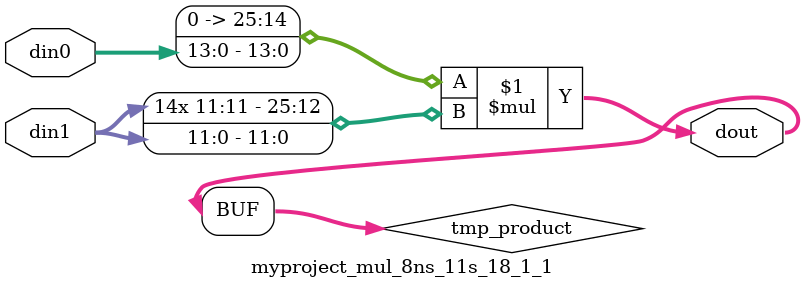
<source format=v>

`timescale 1 ns / 1 ps

 module myproject_mul_8ns_11s_18_1_1(din0, din1, dout);
parameter ID = 1;
parameter NUM_STAGE = 0;
parameter din0_WIDTH = 14;
parameter din1_WIDTH = 12;
parameter dout_WIDTH = 26;

input [din0_WIDTH - 1 : 0] din0; 
input [din1_WIDTH - 1 : 0] din1; 
output [dout_WIDTH - 1 : 0] dout;

wire signed [dout_WIDTH - 1 : 0] tmp_product;

























assign tmp_product = $signed({1'b0, din0}) * $signed(din1);










assign dout = tmp_product;





















endmodule

</source>
